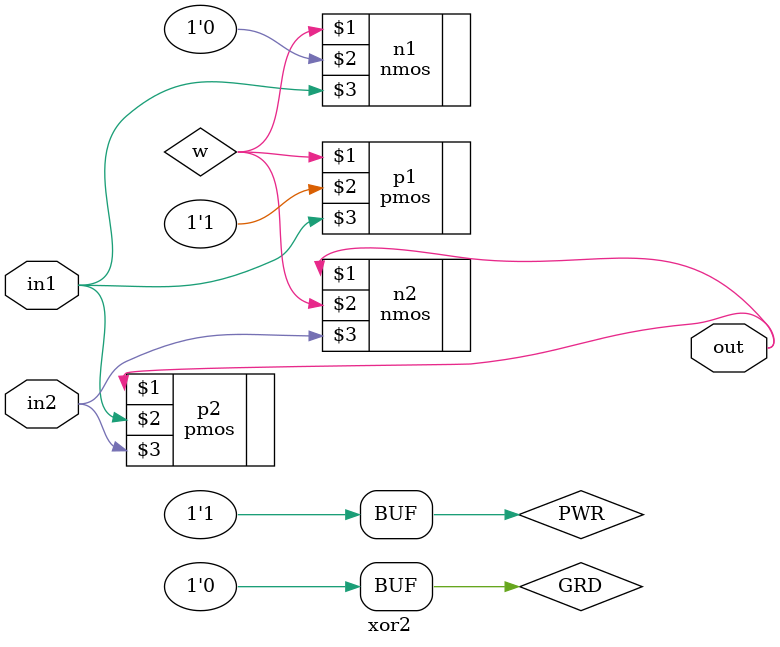
<source format=sv>
module xor2(output out, input in1, in2);
    wire w;
    supply1 PWR;
    supply0 GRD;

    pmos p1(w, PWR, in1);
    nmos n1(w, GRD, in1);
    pmos p2(out, in1, in2);
    nmos n2(out, w, in2);
endmodule

</source>
